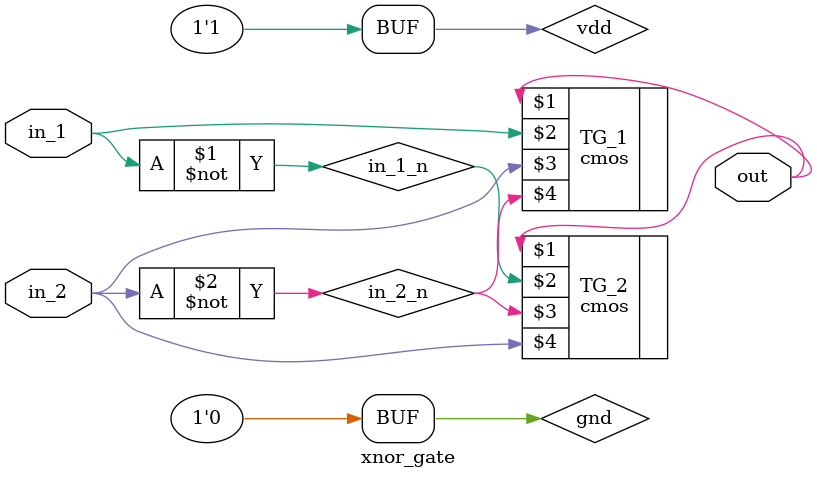
<source format=v>

module xnor_gate(
    input in_1,
    input in_2,
    output out
);
    wire in_1_n;
    wire in_2_n;

    supply1 vdd;
    supply0 gnd;
    not n1(in_1_n, in_1);               // Not for obtaining the compliment of in_1 
    not n2(in_2_n, in_2);               // Not for obtaining the compliment of in_2 

    // Argument order: (out, in, n_ctrl, p_ctrl)
    //cmos test(out, in_1, vdd, gnd);
    cmos TG_1(out, in_1, in_2, in_2_n);      // Transmission Gate 1
    cmos TG_2(out, in_1_n, in_2_n, in_2);    // Transmission Gate 2


endmodule
</source>
